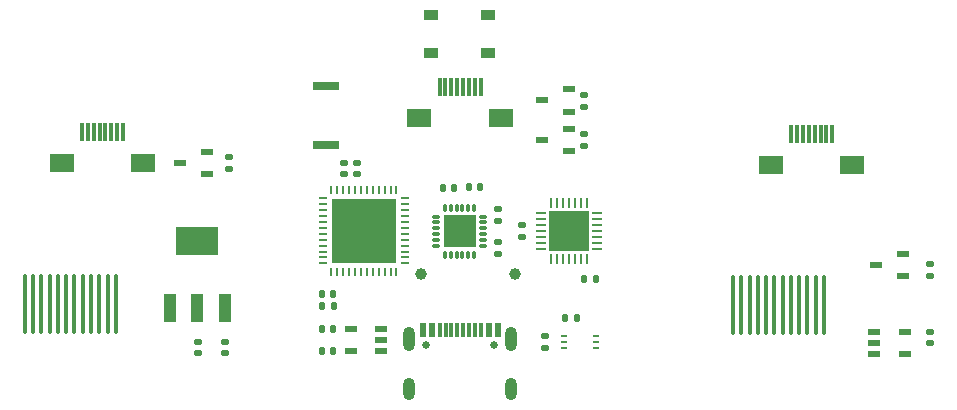
<source format=gts>
%TF.GenerationSoftware,KiCad,Pcbnew,(6.0.11)*%
%TF.CreationDate,2023-01-29T19:30:00+08:00*%
%TF.ProjectId,UINIO-Cubic-Prism,55494e49-4f2d-4437-9562-69632d507269,Version 3.0.0*%
%TF.SameCoordinates,PX8dfe190PY501e410*%
%TF.FileFunction,Soldermask,Top*%
%TF.FilePolarity,Negative*%
%FSLAX46Y46*%
G04 Gerber Fmt 4.6, Leading zero omitted, Abs format (unit mm)*
G04 Created by KiCad (PCBNEW (6.0.11)) date 2023-01-29 19:30:00*
%MOMM*%
%LPD*%
G01*
G04 APERTURE LIST*
G04 Aperture macros list*
%AMRoundRect*
0 Rectangle with rounded corners*
0 $1 Rounding radius*
0 $2 $3 $4 $5 $6 $7 $8 $9 X,Y pos of 4 corners*
0 Add a 4 corners polygon primitive as box body*
4,1,4,$2,$3,$4,$5,$6,$7,$8,$9,$2,$3,0*
0 Add four circle primitives for the rounded corners*
1,1,$1+$1,$2,$3*
1,1,$1+$1,$4,$5*
1,1,$1+$1,$6,$7*
1,1,$1+$1,$8,$9*
0 Add four rect primitives between the rounded corners*
20,1,$1+$1,$2,$3,$4,$5,0*
20,1,$1+$1,$4,$5,$6,$7,0*
20,1,$1+$1,$6,$7,$8,$9,0*
20,1,$1+$1,$8,$9,$2,$3,0*%
G04 Aperture macros list end*
%ADD10R,1.070000X0.532000*%
%ADD11R,1.000000X0.600000*%
%ADD12RoundRect,0.087500X0.087500X-2.412500X0.087500X2.412500X-0.087500X2.412500X-0.087500X-2.412500X0*%
%ADD13RoundRect,0.135000X0.185000X-0.135000X0.185000X0.135000X-0.185000X0.135000X-0.185000X-0.135000X0*%
%ADD14R,1.200000X0.850000*%
%ADD15RoundRect,0.140000X0.140000X0.170000X-0.140000X0.170000X-0.140000X-0.170000X0.140000X-0.170000X0*%
%ADD16R,5.400000X5.400000*%
%ADD17R,0.280000X0.800000*%
%ADD18R,0.800000X0.280000*%
%ADD19C,0.610000*%
%ADD20O,0.280000X0.800000*%
%ADD21O,0.800000X0.280000*%
%ADD22R,2.700000X2.700000*%
%ADD23RoundRect,0.140000X-0.140000X-0.170000X0.140000X-0.170000X0.140000X0.170000X-0.140000X0.170000X0*%
%ADD24RoundRect,0.140000X-0.170000X0.140000X-0.170000X-0.140000X0.170000X-0.140000X0.170000X0.140000X0*%
%ADD25RoundRect,0.140000X0.170000X-0.140000X0.170000X0.140000X-0.170000X0.140000X-0.170000X-0.140000X0*%
%ADD26R,2.300000X0.800000*%
%ADD27RoundRect,0.135000X0.135000X0.185000X-0.135000X0.185000X-0.135000X-0.185000X0.135000X-0.185000X0*%
%ADD28R,0.550000X0.250000*%
%ADD29R,0.300000X1.500000*%
%ADD30R,2.000000X1.500000*%
%ADD31R,0.980000X2.470000*%
%ADD32R,3.600000X2.470000*%
%ADD33RoundRect,0.135000X-0.185000X0.135000X-0.185000X-0.135000X0.185000X-0.135000X0.185000X0.135000X0*%
%ADD34R,0.280000X0.905000*%
%ADD35R,0.905000X0.280000*%
%ADD36R,3.350000X3.350000*%
%ADD37C,0.650000*%
%ADD38O,1.000000X2.100000*%
%ADD39O,1.000000X1.900000*%
%ADD40R,0.600000X1.150000*%
%ADD41R,0.300000X1.150000*%
%ADD42C,1.000000*%
G04 APERTURE END LIST*
D10*
%TO.C,VT2*%
X9376019Y-13134261D03*
X9376019Y-11234261D03*
X7106019Y-12184261D03*
%TD*%
D11*
%TO.C,U7*%
X-6528481Y-30074261D03*
X-6528481Y-29124261D03*
X-6528481Y-28174261D03*
X-9128481Y-28174261D03*
X-9128481Y-30074261D03*
%TD*%
D12*
%TO.C,U6*%
X23251519Y-26102215D03*
X23951519Y-26102215D03*
X24651519Y-26102215D03*
X25351519Y-26102215D03*
X26051519Y-26102215D03*
X26751519Y-26102215D03*
X27451519Y-26102215D03*
X28151519Y-26102215D03*
X28851519Y-26102215D03*
X29551519Y-26102215D03*
X30251519Y-26102215D03*
X30951519Y-26102215D03*
%TD*%
D13*
%TO.C,R6*%
X10661019Y-9344261D03*
X10661019Y-8324261D03*
%TD*%
D11*
%TO.C,U10*%
X35214519Y-28387215D03*
X35214519Y-29337215D03*
X35214519Y-30287215D03*
X37814519Y-30287215D03*
X37814519Y-28387215D03*
%TD*%
D14*
%TO.C,U11*%
X2476519Y-4767215D03*
X2476519Y-1567215D03*
X-2323481Y-1567215D03*
X-2323481Y-4767215D03*
%TD*%
D15*
%TO.C,C6*%
X1836519Y-16177215D03*
X876519Y-16177215D03*
%TD*%
D16*
%TO.C,U5*%
X-7998481Y-19864261D03*
D17*
X-10748481Y-16364261D03*
X-10248481Y-16364261D03*
X-9748481Y-16364261D03*
X-9248481Y-16364261D03*
X-8748481Y-16364261D03*
X-8248481Y-16364261D03*
X-7748481Y-16364261D03*
X-7248481Y-16364261D03*
X-6748481Y-16364261D03*
X-6248481Y-16364261D03*
X-5748481Y-16364261D03*
X-5248481Y-16364261D03*
D18*
X-4498481Y-17114261D03*
X-4498481Y-17614261D03*
X-4498481Y-18114261D03*
X-4498481Y-18614261D03*
X-4498481Y-19114261D03*
X-4498481Y-19614261D03*
X-4498481Y-20114261D03*
X-4498481Y-20614261D03*
X-4498481Y-21114261D03*
X-4498481Y-21614261D03*
X-4498481Y-22114261D03*
X-4498481Y-22614261D03*
D17*
X-5248481Y-23364261D03*
X-5748481Y-23364261D03*
X-6248481Y-23364261D03*
X-6748481Y-23364261D03*
X-7248481Y-23364261D03*
X-7748481Y-23364261D03*
X-8248481Y-23364261D03*
X-8748481Y-23364261D03*
X-9248481Y-23364261D03*
X-9748481Y-23364261D03*
X-10248481Y-23364261D03*
X-10748481Y-23364261D03*
D18*
X-11498481Y-22614261D03*
X-11498481Y-22114261D03*
X-11498481Y-21614261D03*
X-11498481Y-21114261D03*
X-11498481Y-20614261D03*
X-11498481Y-20114261D03*
X-11498481Y-19614261D03*
X-11498481Y-19114261D03*
X-11498481Y-18614261D03*
X-11498481Y-18114261D03*
X-11498481Y-17614261D03*
X-11498481Y-17114261D03*
D19*
X-8998481Y-18864261D03*
X-7998481Y-19864261D03*
X-6998481Y-18864261D03*
X-7998481Y-18864261D03*
X-8998481Y-19864261D03*
X-6998481Y-19864261D03*
X-6998481Y-20864261D03*
X-7998481Y-20864261D03*
X-8998481Y-20864261D03*
%TD*%
D20*
%TO.C,U8*%
X-1158481Y-21897261D03*
X-658481Y-21897261D03*
X-158481Y-21897261D03*
X341519Y-21897261D03*
X841519Y-21897261D03*
X1341519Y-21897261D03*
D21*
X2091519Y-21147261D03*
X2091519Y-20647261D03*
X2091519Y-20147261D03*
X2091519Y-19647261D03*
X2091519Y-19147261D03*
X2091519Y-18647261D03*
D20*
X1341519Y-17897261D03*
X841519Y-17897261D03*
X341519Y-17897261D03*
X-158481Y-17897261D03*
X-658481Y-17897261D03*
X-1150481Y-17897261D03*
D21*
X-1908481Y-18647261D03*
X-1908481Y-19147261D03*
X-1908481Y-19647261D03*
X-1908481Y-20147261D03*
X-1908481Y-20647261D03*
X-1908481Y-21147261D03*
D22*
X103519Y-19897261D03*
%TD*%
D23*
%TO.C,C9*%
X-11538481Y-28174261D03*
X-10578481Y-28174261D03*
%TD*%
D24*
%TO.C,C4*%
X-9653481Y-14097215D03*
X-9653481Y-15057215D03*
%TD*%
%TO.C,C1*%
X7371519Y-28784261D03*
X7371519Y-29744261D03*
%TD*%
%TO.C,C2*%
X-8623481Y-14097215D03*
X-8623481Y-15057215D03*
%TD*%
D25*
%TO.C,C5*%
X39936519Y-29347215D03*
X39936519Y-28387215D03*
%TD*%
D15*
%TO.C,C11*%
X-348481Y-16197215D03*
X-1308481Y-16197215D03*
%TD*%
D13*
%TO.C,R10*%
X39956519Y-23677215D03*
X39956519Y-22657215D03*
%TD*%
D26*
%TO.C,U4*%
X-11250000Y-12620000D03*
X-11250000Y-7620000D03*
%TD*%
D27*
%TO.C,R8*%
X10017519Y-27236261D03*
X8997519Y-27236261D03*
%TD*%
D28*
%TO.C,U2*%
X8911519Y-28747215D03*
X8911519Y-29247215D03*
X8911519Y-29747215D03*
X11661519Y-29747215D03*
X11661519Y-29247215D03*
X11661519Y-28747215D03*
%TD*%
D24*
%TO.C,C12*%
X-19803481Y-29247215D03*
X-19803481Y-30207215D03*
%TD*%
D10*
%TO.C,Q2*%
X-21278481Y-15047215D03*
X-21278481Y-13147215D03*
X-23548481Y-14097215D03*
%TD*%
%TO.C,VT1*%
X9376019Y-9764261D03*
X9376019Y-7864261D03*
X7106019Y-8814261D03*
%TD*%
D25*
%TO.C,C7*%
X3376519Y-18995215D03*
X3376519Y-18035215D03*
%TD*%
D27*
%TO.C,R7*%
X11645019Y-23944261D03*
X10625019Y-23944261D03*
%TD*%
D12*
%TO.C,U14*%
X-36708481Y-26072215D03*
X-36008481Y-26072215D03*
X-35308481Y-26072215D03*
X-34608481Y-26072215D03*
X-33908481Y-26072215D03*
X-33208481Y-26072215D03*
X-32508481Y-26072215D03*
X-31808481Y-26072215D03*
X-31108481Y-26072215D03*
X-30408481Y-26072215D03*
X-29708481Y-26072215D03*
X-29008481Y-26072215D03*
%TD*%
D10*
%TO.C,Q1*%
X37649519Y-23683215D03*
X37649519Y-21783215D03*
X35379519Y-22733215D03*
%TD*%
D24*
%TO.C,C13*%
X-22083481Y-29247215D03*
X-22083481Y-30207215D03*
%TD*%
D29*
%TO.C,U9*%
X-1598481Y-7674261D03*
X-1098481Y-7674261D03*
X-598481Y-7674261D03*
X-98481Y-7674261D03*
X401519Y-7674261D03*
X901519Y-7674261D03*
X1401519Y-7674261D03*
X1901519Y-7674261D03*
D30*
X3601519Y-10274261D03*
X-3298481Y-10274261D03*
%TD*%
D13*
%TO.C,R12*%
X-19433481Y-14617215D03*
X-19433481Y-13597215D03*
%TD*%
D25*
%TO.C,C8*%
X3386519Y-21789215D03*
X3386519Y-20829215D03*
%TD*%
D23*
%TO.C,C10*%
X-11558481Y-30074261D03*
X-10598481Y-30074261D03*
%TD*%
D31*
%TO.C,U13*%
X-24403481Y-26352215D03*
X-22103481Y-26352215D03*
X-19803481Y-26352215D03*
D32*
X-22103481Y-20682215D03*
%TD*%
D33*
%TO.C,R9*%
X5370000Y-19360000D03*
X5370000Y-20380000D03*
%TD*%
D34*
%TO.C,U1*%
X7857019Y-22257261D03*
X8357019Y-22257261D03*
X8857019Y-22257261D03*
X9357019Y-22257261D03*
X9857019Y-22257261D03*
X10357019Y-22257261D03*
X10857019Y-22257261D03*
D35*
X11734019Y-21380261D03*
X11734019Y-20880261D03*
X11734019Y-20380261D03*
X11734019Y-19880261D03*
X11734019Y-19380261D03*
X11734019Y-18880261D03*
X11734019Y-18380261D03*
D34*
X10857019Y-17503261D03*
X10357019Y-17503261D03*
X9857019Y-17503261D03*
X9357019Y-17503261D03*
X8857019Y-17503261D03*
X8357019Y-17503261D03*
X7857019Y-17503261D03*
D35*
X6980019Y-18380261D03*
X6980019Y-18880261D03*
X6980019Y-19380261D03*
X6980019Y-19880261D03*
X6980019Y-20380261D03*
X6980019Y-20880261D03*
X6980019Y-21380261D03*
D36*
X9357019Y-19880261D03*
%TD*%
D29*
%TO.C,U3*%
X28156519Y-11678715D03*
X28656519Y-11678715D03*
X29156519Y-11678715D03*
X29656519Y-11678715D03*
X30156519Y-11678715D03*
X30656519Y-11678715D03*
X31156519Y-11678715D03*
X31656519Y-11678715D03*
D30*
X33356519Y-14278715D03*
X26456519Y-14278715D03*
%TD*%
D27*
%TO.C,R11*%
X-10548481Y-26204261D03*
X-11568481Y-26204261D03*
%TD*%
D29*
%TO.C,U12*%
X-31883481Y-11477215D03*
X-31383481Y-11477215D03*
X-30883481Y-11477215D03*
X-30383481Y-11477215D03*
X-29883481Y-11477215D03*
X-29383481Y-11477215D03*
X-28883481Y-11477215D03*
X-28383481Y-11477215D03*
D30*
X-26683481Y-14077215D03*
X-33583481Y-14077215D03*
%TD*%
D15*
%TO.C,C3*%
X-10578481Y-25214261D03*
X-11538481Y-25214261D03*
%TD*%
D13*
%TO.C,R5*%
X10661019Y-12714261D03*
X10661019Y-11694261D03*
%TD*%
D37*
%TO.C,USB1*%
X-2730000Y-29551000D03*
X3050000Y-29551000D03*
D38*
X-4165000Y-29051000D03*
X4485000Y-29051000D03*
D39*
X-4165000Y-33251000D03*
X4485000Y-33251000D03*
D40*
X-3040000Y-28289000D03*
X-2240000Y-28289000D03*
D41*
X-1090000Y-28289000D03*
X-90000Y-28289000D03*
X410000Y-28289000D03*
X1410000Y-28289000D03*
D40*
X3360000Y-28289000D03*
X2560000Y-28289000D03*
D41*
X1910000Y-28289000D03*
X910000Y-28289000D03*
X-590000Y-28289000D03*
X-1590000Y-28289000D03*
%TD*%
D42*
%TO.C,Card1*%
X4832519Y-23507215D03*
X-3167481Y-23507215D03*
%TD*%
M02*

</source>
